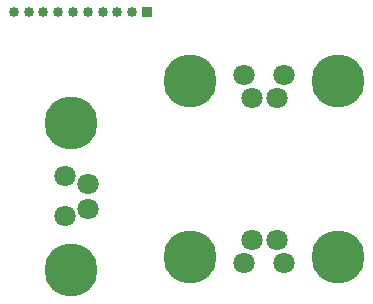
<source format=gbr>
%TF.GenerationSoftware,KiCad,Pcbnew,7.0.8*%
%TF.CreationDate,2023-11-09T12:13:35+01:00*%
%TF.ProjectId,travel_pressure_pcb,74726176-656c-45f7-9072-657373757265,rev?*%
%TF.SameCoordinates,Original*%
%TF.FileFunction,Soldermask,Top*%
%TF.FilePolarity,Negative*%
%FSLAX46Y46*%
G04 Gerber Fmt 4.6, Leading zero omitted, Abs format (unit mm)*
G04 Created by KiCad (PCBNEW 7.0.8) date 2023-11-09 12:13:35*
%MOMM*%
%LPD*%
G01*
G04 APERTURE LIST*
%ADD10C,1.800000*%
%ADD11C,4.500000*%
%ADD12R,0.850000X0.850000*%
%ADD13C,0.850000*%
G04 APERTURE END LIST*
D10*
%TO.C,J2*%
X106254000Y-91040000D03*
X108204000Y-90415000D03*
X106254000Y-87640000D03*
X108204000Y-88265000D03*
D11*
X106754000Y-95590000D03*
X106754000Y-83090000D03*
%TD*%
D10*
%TO.C,J1*%
X124831000Y-94979000D03*
X124206000Y-93029000D03*
X121431000Y-94979000D03*
X122056000Y-93029000D03*
D11*
X129381000Y-94479000D03*
X116881000Y-94479000D03*
%TD*%
D10*
%TO.C,J3*%
X121431000Y-79067000D03*
X122056000Y-81017000D03*
X124831000Y-79067000D03*
X124206000Y-81017000D03*
D11*
X116881000Y-79567000D03*
X129381000Y-79567000D03*
%TD*%
D12*
%TO.C,J4*%
X113186750Y-73729000D03*
D13*
X111936750Y-73729000D03*
X110686750Y-73729000D03*
X109436750Y-73729000D03*
X108186750Y-73729000D03*
X106936750Y-73729000D03*
X105686750Y-73729000D03*
X104436750Y-73729000D03*
X103186750Y-73729000D03*
X101936750Y-73729000D03*
%TD*%
M02*

</source>
